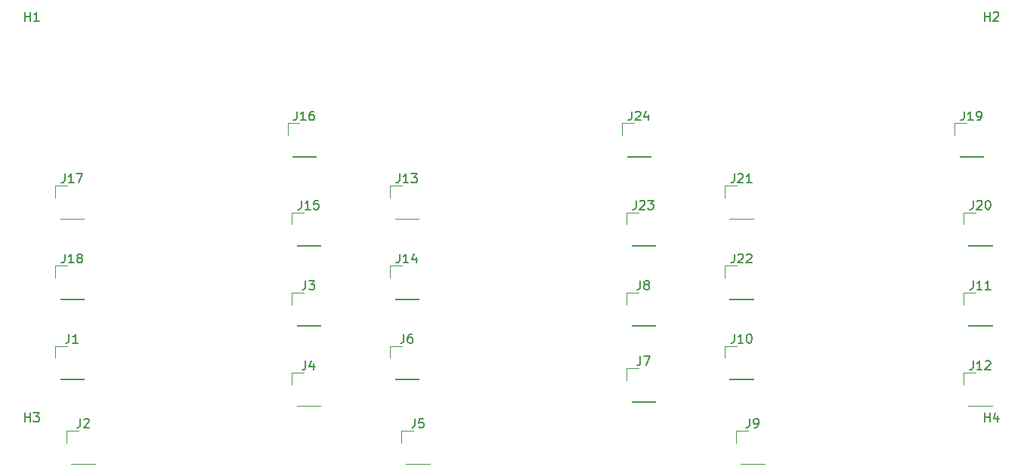
<source format=gbr>
%TF.GenerationSoftware,KiCad,Pcbnew,8.0.5*%
%TF.CreationDate,2024-09-30T14:26:47-04:00*%
%TF.ProjectId,LowerPOGO,4c6f7765-7250-44f4-974f-2e6b69636164,v4*%
%TF.SameCoordinates,Original*%
%TF.FileFunction,Legend,Top*%
%TF.FilePolarity,Positive*%
%FSLAX46Y46*%
G04 Gerber Fmt 4.6, Leading zero omitted, Abs format (unit mm)*
G04 Created by KiCad (PCBNEW 8.0.5) date 2024-09-30 14:26:47*
%MOMM*%
%LPD*%
G01*
G04 APERTURE LIST*
%ADD10C,0.150000*%
%ADD11C,0.120000*%
G04 APERTURE END LIST*
D10*
X134440476Y-123304819D02*
X134440476Y-124019104D01*
X134440476Y-124019104D02*
X134392857Y-124161961D01*
X134392857Y-124161961D02*
X134297619Y-124257200D01*
X134297619Y-124257200D02*
X134154762Y-124304819D01*
X134154762Y-124304819D02*
X134059524Y-124304819D01*
X135440476Y-124304819D02*
X134869048Y-124304819D01*
X135154762Y-124304819D02*
X135154762Y-123304819D01*
X135154762Y-123304819D02*
X135059524Y-123447676D01*
X135059524Y-123447676D02*
X134964286Y-123542914D01*
X134964286Y-123542914D02*
X134869048Y-123590533D01*
X135773810Y-123304819D02*
X136392857Y-123304819D01*
X136392857Y-123304819D02*
X136059524Y-123685771D01*
X136059524Y-123685771D02*
X136202381Y-123685771D01*
X136202381Y-123685771D02*
X136297619Y-123733390D01*
X136297619Y-123733390D02*
X136345238Y-123781009D01*
X136345238Y-123781009D02*
X136392857Y-123876247D01*
X136392857Y-123876247D02*
X136392857Y-124114342D01*
X136392857Y-124114342D02*
X136345238Y-124209580D01*
X136345238Y-124209580D02*
X136297619Y-124257200D01*
X136297619Y-124257200D02*
X136202381Y-124304819D01*
X136202381Y-124304819D02*
X135916667Y-124304819D01*
X135916667Y-124304819D02*
X135821429Y-124257200D01*
X135821429Y-124257200D02*
X135773810Y-124209580D01*
X123916666Y-135304819D02*
X123916666Y-136019104D01*
X123916666Y-136019104D02*
X123869047Y-136161961D01*
X123869047Y-136161961D02*
X123773809Y-136257200D01*
X123773809Y-136257200D02*
X123630952Y-136304819D01*
X123630952Y-136304819D02*
X123535714Y-136304819D01*
X124297619Y-135304819D02*
X124916666Y-135304819D01*
X124916666Y-135304819D02*
X124583333Y-135685771D01*
X124583333Y-135685771D02*
X124726190Y-135685771D01*
X124726190Y-135685771D02*
X124821428Y-135733390D01*
X124821428Y-135733390D02*
X124869047Y-135781009D01*
X124869047Y-135781009D02*
X124916666Y-135876247D01*
X124916666Y-135876247D02*
X124916666Y-136114342D01*
X124916666Y-136114342D02*
X124869047Y-136209580D01*
X124869047Y-136209580D02*
X124821428Y-136257200D01*
X124821428Y-136257200D02*
X124726190Y-136304819D01*
X124726190Y-136304819D02*
X124440476Y-136304819D01*
X124440476Y-136304819D02*
X124345238Y-136257200D01*
X124345238Y-136257200D02*
X124297619Y-136209580D01*
X123916666Y-144304819D02*
X123916666Y-145019104D01*
X123916666Y-145019104D02*
X123869047Y-145161961D01*
X123869047Y-145161961D02*
X123773809Y-145257200D01*
X123773809Y-145257200D02*
X123630952Y-145304819D01*
X123630952Y-145304819D02*
X123535714Y-145304819D01*
X124821428Y-144638152D02*
X124821428Y-145304819D01*
X124583333Y-144257200D02*
X124345238Y-144971485D01*
X124345238Y-144971485D02*
X124964285Y-144971485D01*
X173666666Y-150804819D02*
X173666666Y-151519104D01*
X173666666Y-151519104D02*
X173619047Y-151661961D01*
X173619047Y-151661961D02*
X173523809Y-151757200D01*
X173523809Y-151757200D02*
X173380952Y-151804819D01*
X173380952Y-151804819D02*
X173285714Y-151804819D01*
X174190476Y-151804819D02*
X174380952Y-151804819D01*
X174380952Y-151804819D02*
X174476190Y-151757200D01*
X174476190Y-151757200D02*
X174523809Y-151709580D01*
X174523809Y-151709580D02*
X174619047Y-151566723D01*
X174619047Y-151566723D02*
X174666666Y-151376247D01*
X174666666Y-151376247D02*
X174666666Y-150995295D01*
X174666666Y-150995295D02*
X174619047Y-150900057D01*
X174619047Y-150900057D02*
X174571428Y-150852438D01*
X174571428Y-150852438D02*
X174476190Y-150804819D01*
X174476190Y-150804819D02*
X174285714Y-150804819D01*
X174285714Y-150804819D02*
X174190476Y-150852438D01*
X174190476Y-150852438D02*
X174142857Y-150900057D01*
X174142857Y-150900057D02*
X174095238Y-150995295D01*
X174095238Y-150995295D02*
X174095238Y-151233390D01*
X174095238Y-151233390D02*
X174142857Y-151328628D01*
X174142857Y-151328628D02*
X174190476Y-151376247D01*
X174190476Y-151376247D02*
X174285714Y-151423866D01*
X174285714Y-151423866D02*
X174476190Y-151423866D01*
X174476190Y-151423866D02*
X174571428Y-151376247D01*
X174571428Y-151376247D02*
X174619047Y-151328628D01*
X174619047Y-151328628D02*
X174666666Y-151233390D01*
X199988095Y-151154819D02*
X199988095Y-150154819D01*
X199988095Y-150631009D02*
X200559523Y-150631009D01*
X200559523Y-151154819D02*
X200559523Y-150154819D01*
X201464285Y-150488152D02*
X201464285Y-151154819D01*
X201226190Y-150107200D02*
X200988095Y-150821485D01*
X200988095Y-150821485D02*
X201607142Y-150821485D01*
X198690476Y-135304819D02*
X198690476Y-136019104D01*
X198690476Y-136019104D02*
X198642857Y-136161961D01*
X198642857Y-136161961D02*
X198547619Y-136257200D01*
X198547619Y-136257200D02*
X198404762Y-136304819D01*
X198404762Y-136304819D02*
X198309524Y-136304819D01*
X199690476Y-136304819D02*
X199119048Y-136304819D01*
X199404762Y-136304819D02*
X199404762Y-135304819D01*
X199404762Y-135304819D02*
X199309524Y-135447676D01*
X199309524Y-135447676D02*
X199214286Y-135542914D01*
X199214286Y-135542914D02*
X199119048Y-135590533D01*
X200642857Y-136304819D02*
X200071429Y-136304819D01*
X200357143Y-136304819D02*
X200357143Y-135304819D01*
X200357143Y-135304819D02*
X200261905Y-135447676D01*
X200261905Y-135447676D02*
X200166667Y-135542914D01*
X200166667Y-135542914D02*
X200071429Y-135590533D01*
X92488095Y-106154819D02*
X92488095Y-105154819D01*
X92488095Y-105631009D02*
X93059523Y-105631009D01*
X93059523Y-106154819D02*
X93059523Y-105154819D01*
X94059523Y-106154819D02*
X93488095Y-106154819D01*
X93773809Y-106154819D02*
X93773809Y-105154819D01*
X93773809Y-105154819D02*
X93678571Y-105297676D01*
X93678571Y-105297676D02*
X93583333Y-105392914D01*
X93583333Y-105392914D02*
X93488095Y-105440533D01*
X199988095Y-106154819D02*
X199988095Y-105154819D01*
X199988095Y-105631009D02*
X200559523Y-105631009D01*
X200559523Y-106154819D02*
X200559523Y-105154819D01*
X200988095Y-105250057D02*
X201035714Y-105202438D01*
X201035714Y-105202438D02*
X201130952Y-105154819D01*
X201130952Y-105154819D02*
X201369047Y-105154819D01*
X201369047Y-105154819D02*
X201464285Y-105202438D01*
X201464285Y-105202438D02*
X201511904Y-105250057D01*
X201511904Y-105250057D02*
X201559523Y-105345295D01*
X201559523Y-105345295D02*
X201559523Y-105440533D01*
X201559523Y-105440533D02*
X201511904Y-105583390D01*
X201511904Y-105583390D02*
X200940476Y-106154819D01*
X200940476Y-106154819D02*
X201559523Y-106154819D01*
X92488095Y-151154819D02*
X92488095Y-150154819D01*
X92488095Y-150631009D02*
X93059523Y-150631009D01*
X93059523Y-151154819D02*
X93059523Y-150154819D01*
X93440476Y-150154819D02*
X94059523Y-150154819D01*
X94059523Y-150154819D02*
X93726190Y-150535771D01*
X93726190Y-150535771D02*
X93869047Y-150535771D01*
X93869047Y-150535771D02*
X93964285Y-150583390D01*
X93964285Y-150583390D02*
X94011904Y-150631009D01*
X94011904Y-150631009D02*
X94059523Y-150726247D01*
X94059523Y-150726247D02*
X94059523Y-150964342D01*
X94059523Y-150964342D02*
X94011904Y-151059580D01*
X94011904Y-151059580D02*
X93964285Y-151107200D01*
X93964285Y-151107200D02*
X93869047Y-151154819D01*
X93869047Y-151154819D02*
X93583333Y-151154819D01*
X93583333Y-151154819D02*
X93488095Y-151107200D01*
X93488095Y-151107200D02*
X93440476Y-151059580D01*
X134916666Y-141304819D02*
X134916666Y-142019104D01*
X134916666Y-142019104D02*
X134869047Y-142161961D01*
X134869047Y-142161961D02*
X134773809Y-142257200D01*
X134773809Y-142257200D02*
X134630952Y-142304819D01*
X134630952Y-142304819D02*
X134535714Y-142304819D01*
X135821428Y-141304819D02*
X135630952Y-141304819D01*
X135630952Y-141304819D02*
X135535714Y-141352438D01*
X135535714Y-141352438D02*
X135488095Y-141400057D01*
X135488095Y-141400057D02*
X135392857Y-141542914D01*
X135392857Y-141542914D02*
X135345238Y-141733390D01*
X135345238Y-141733390D02*
X135345238Y-142114342D01*
X135345238Y-142114342D02*
X135392857Y-142209580D01*
X135392857Y-142209580D02*
X135440476Y-142257200D01*
X135440476Y-142257200D02*
X135535714Y-142304819D01*
X135535714Y-142304819D02*
X135726190Y-142304819D01*
X135726190Y-142304819D02*
X135821428Y-142257200D01*
X135821428Y-142257200D02*
X135869047Y-142209580D01*
X135869047Y-142209580D02*
X135916666Y-142114342D01*
X135916666Y-142114342D02*
X135916666Y-141876247D01*
X135916666Y-141876247D02*
X135869047Y-141781009D01*
X135869047Y-141781009D02*
X135821428Y-141733390D01*
X135821428Y-141733390D02*
X135726190Y-141685771D01*
X135726190Y-141685771D02*
X135535714Y-141685771D01*
X135535714Y-141685771D02*
X135440476Y-141733390D01*
X135440476Y-141733390D02*
X135392857Y-141781009D01*
X135392857Y-141781009D02*
X135345238Y-141876247D01*
X136166666Y-150804819D02*
X136166666Y-151519104D01*
X136166666Y-151519104D02*
X136119047Y-151661961D01*
X136119047Y-151661961D02*
X136023809Y-151757200D01*
X136023809Y-151757200D02*
X135880952Y-151804819D01*
X135880952Y-151804819D02*
X135785714Y-151804819D01*
X137119047Y-150804819D02*
X136642857Y-150804819D01*
X136642857Y-150804819D02*
X136595238Y-151281009D01*
X136595238Y-151281009D02*
X136642857Y-151233390D01*
X136642857Y-151233390D02*
X136738095Y-151185771D01*
X136738095Y-151185771D02*
X136976190Y-151185771D01*
X136976190Y-151185771D02*
X137071428Y-151233390D01*
X137071428Y-151233390D02*
X137119047Y-151281009D01*
X137119047Y-151281009D02*
X137166666Y-151376247D01*
X137166666Y-151376247D02*
X137166666Y-151614342D01*
X137166666Y-151614342D02*
X137119047Y-151709580D01*
X137119047Y-151709580D02*
X137071428Y-151757200D01*
X137071428Y-151757200D02*
X136976190Y-151804819D01*
X136976190Y-151804819D02*
X136738095Y-151804819D01*
X136738095Y-151804819D02*
X136642857Y-151757200D01*
X136642857Y-151757200D02*
X136595238Y-151709580D01*
X96940476Y-123304819D02*
X96940476Y-124019104D01*
X96940476Y-124019104D02*
X96892857Y-124161961D01*
X96892857Y-124161961D02*
X96797619Y-124257200D01*
X96797619Y-124257200D02*
X96654762Y-124304819D01*
X96654762Y-124304819D02*
X96559524Y-124304819D01*
X97940476Y-124304819D02*
X97369048Y-124304819D01*
X97654762Y-124304819D02*
X97654762Y-123304819D01*
X97654762Y-123304819D02*
X97559524Y-123447676D01*
X97559524Y-123447676D02*
X97464286Y-123542914D01*
X97464286Y-123542914D02*
X97369048Y-123590533D01*
X98273810Y-123304819D02*
X98940476Y-123304819D01*
X98940476Y-123304819D02*
X98511905Y-124304819D01*
X198690476Y-144304819D02*
X198690476Y-145019104D01*
X198690476Y-145019104D02*
X198642857Y-145161961D01*
X198642857Y-145161961D02*
X198547619Y-145257200D01*
X198547619Y-145257200D02*
X198404762Y-145304819D01*
X198404762Y-145304819D02*
X198309524Y-145304819D01*
X199690476Y-145304819D02*
X199119048Y-145304819D01*
X199404762Y-145304819D02*
X199404762Y-144304819D01*
X199404762Y-144304819D02*
X199309524Y-144447676D01*
X199309524Y-144447676D02*
X199214286Y-144542914D01*
X199214286Y-144542914D02*
X199119048Y-144590533D01*
X200071429Y-144400057D02*
X200119048Y-144352438D01*
X200119048Y-144352438D02*
X200214286Y-144304819D01*
X200214286Y-144304819D02*
X200452381Y-144304819D01*
X200452381Y-144304819D02*
X200547619Y-144352438D01*
X200547619Y-144352438D02*
X200595238Y-144400057D01*
X200595238Y-144400057D02*
X200642857Y-144495295D01*
X200642857Y-144495295D02*
X200642857Y-144590533D01*
X200642857Y-144590533D02*
X200595238Y-144733390D01*
X200595238Y-144733390D02*
X200023810Y-145304819D01*
X200023810Y-145304819D02*
X200642857Y-145304819D01*
X171940476Y-123304819D02*
X171940476Y-124019104D01*
X171940476Y-124019104D02*
X171892857Y-124161961D01*
X171892857Y-124161961D02*
X171797619Y-124257200D01*
X171797619Y-124257200D02*
X171654762Y-124304819D01*
X171654762Y-124304819D02*
X171559524Y-124304819D01*
X172369048Y-123400057D02*
X172416667Y-123352438D01*
X172416667Y-123352438D02*
X172511905Y-123304819D01*
X172511905Y-123304819D02*
X172750000Y-123304819D01*
X172750000Y-123304819D02*
X172845238Y-123352438D01*
X172845238Y-123352438D02*
X172892857Y-123400057D01*
X172892857Y-123400057D02*
X172940476Y-123495295D01*
X172940476Y-123495295D02*
X172940476Y-123590533D01*
X172940476Y-123590533D02*
X172892857Y-123733390D01*
X172892857Y-123733390D02*
X172321429Y-124304819D01*
X172321429Y-124304819D02*
X172940476Y-124304819D01*
X173892857Y-124304819D02*
X173321429Y-124304819D01*
X173607143Y-124304819D02*
X173607143Y-123304819D01*
X173607143Y-123304819D02*
X173511905Y-123447676D01*
X173511905Y-123447676D02*
X173416667Y-123542914D01*
X173416667Y-123542914D02*
X173321429Y-123590533D01*
X122940476Y-116304819D02*
X122940476Y-117019104D01*
X122940476Y-117019104D02*
X122892857Y-117161961D01*
X122892857Y-117161961D02*
X122797619Y-117257200D01*
X122797619Y-117257200D02*
X122654762Y-117304819D01*
X122654762Y-117304819D02*
X122559524Y-117304819D01*
X123940476Y-117304819D02*
X123369048Y-117304819D01*
X123654762Y-117304819D02*
X123654762Y-116304819D01*
X123654762Y-116304819D02*
X123559524Y-116447676D01*
X123559524Y-116447676D02*
X123464286Y-116542914D01*
X123464286Y-116542914D02*
X123369048Y-116590533D01*
X124797619Y-116304819D02*
X124607143Y-116304819D01*
X124607143Y-116304819D02*
X124511905Y-116352438D01*
X124511905Y-116352438D02*
X124464286Y-116400057D01*
X124464286Y-116400057D02*
X124369048Y-116542914D01*
X124369048Y-116542914D02*
X124321429Y-116733390D01*
X124321429Y-116733390D02*
X124321429Y-117114342D01*
X124321429Y-117114342D02*
X124369048Y-117209580D01*
X124369048Y-117209580D02*
X124416667Y-117257200D01*
X124416667Y-117257200D02*
X124511905Y-117304819D01*
X124511905Y-117304819D02*
X124702381Y-117304819D01*
X124702381Y-117304819D02*
X124797619Y-117257200D01*
X124797619Y-117257200D02*
X124845238Y-117209580D01*
X124845238Y-117209580D02*
X124892857Y-117114342D01*
X124892857Y-117114342D02*
X124892857Y-116876247D01*
X124892857Y-116876247D02*
X124845238Y-116781009D01*
X124845238Y-116781009D02*
X124797619Y-116733390D01*
X124797619Y-116733390D02*
X124702381Y-116685771D01*
X124702381Y-116685771D02*
X124511905Y-116685771D01*
X124511905Y-116685771D02*
X124416667Y-116733390D01*
X124416667Y-116733390D02*
X124369048Y-116781009D01*
X124369048Y-116781009D02*
X124321429Y-116876247D01*
X171940476Y-132304819D02*
X171940476Y-133019104D01*
X171940476Y-133019104D02*
X171892857Y-133161961D01*
X171892857Y-133161961D02*
X171797619Y-133257200D01*
X171797619Y-133257200D02*
X171654762Y-133304819D01*
X171654762Y-133304819D02*
X171559524Y-133304819D01*
X172369048Y-132400057D02*
X172416667Y-132352438D01*
X172416667Y-132352438D02*
X172511905Y-132304819D01*
X172511905Y-132304819D02*
X172750000Y-132304819D01*
X172750000Y-132304819D02*
X172845238Y-132352438D01*
X172845238Y-132352438D02*
X172892857Y-132400057D01*
X172892857Y-132400057D02*
X172940476Y-132495295D01*
X172940476Y-132495295D02*
X172940476Y-132590533D01*
X172940476Y-132590533D02*
X172892857Y-132733390D01*
X172892857Y-132733390D02*
X172321429Y-133304819D01*
X172321429Y-133304819D02*
X172940476Y-133304819D01*
X173321429Y-132400057D02*
X173369048Y-132352438D01*
X173369048Y-132352438D02*
X173464286Y-132304819D01*
X173464286Y-132304819D02*
X173702381Y-132304819D01*
X173702381Y-132304819D02*
X173797619Y-132352438D01*
X173797619Y-132352438D02*
X173845238Y-132400057D01*
X173845238Y-132400057D02*
X173892857Y-132495295D01*
X173892857Y-132495295D02*
X173892857Y-132590533D01*
X173892857Y-132590533D02*
X173845238Y-132733390D01*
X173845238Y-132733390D02*
X173273810Y-133304819D01*
X173273810Y-133304819D02*
X173892857Y-133304819D01*
X96940476Y-132304819D02*
X96940476Y-133019104D01*
X96940476Y-133019104D02*
X96892857Y-133161961D01*
X96892857Y-133161961D02*
X96797619Y-133257200D01*
X96797619Y-133257200D02*
X96654762Y-133304819D01*
X96654762Y-133304819D02*
X96559524Y-133304819D01*
X97940476Y-133304819D02*
X97369048Y-133304819D01*
X97654762Y-133304819D02*
X97654762Y-132304819D01*
X97654762Y-132304819D02*
X97559524Y-132447676D01*
X97559524Y-132447676D02*
X97464286Y-132542914D01*
X97464286Y-132542914D02*
X97369048Y-132590533D01*
X98511905Y-132733390D02*
X98416667Y-132685771D01*
X98416667Y-132685771D02*
X98369048Y-132638152D01*
X98369048Y-132638152D02*
X98321429Y-132542914D01*
X98321429Y-132542914D02*
X98321429Y-132495295D01*
X98321429Y-132495295D02*
X98369048Y-132400057D01*
X98369048Y-132400057D02*
X98416667Y-132352438D01*
X98416667Y-132352438D02*
X98511905Y-132304819D01*
X98511905Y-132304819D02*
X98702381Y-132304819D01*
X98702381Y-132304819D02*
X98797619Y-132352438D01*
X98797619Y-132352438D02*
X98845238Y-132400057D01*
X98845238Y-132400057D02*
X98892857Y-132495295D01*
X98892857Y-132495295D02*
X98892857Y-132542914D01*
X98892857Y-132542914D02*
X98845238Y-132638152D01*
X98845238Y-132638152D02*
X98797619Y-132685771D01*
X98797619Y-132685771D02*
X98702381Y-132733390D01*
X98702381Y-132733390D02*
X98511905Y-132733390D01*
X98511905Y-132733390D02*
X98416667Y-132781009D01*
X98416667Y-132781009D02*
X98369048Y-132828628D01*
X98369048Y-132828628D02*
X98321429Y-132923866D01*
X98321429Y-132923866D02*
X98321429Y-133114342D01*
X98321429Y-133114342D02*
X98369048Y-133209580D01*
X98369048Y-133209580D02*
X98416667Y-133257200D01*
X98416667Y-133257200D02*
X98511905Y-133304819D01*
X98511905Y-133304819D02*
X98702381Y-133304819D01*
X98702381Y-133304819D02*
X98797619Y-133257200D01*
X98797619Y-133257200D02*
X98845238Y-133209580D01*
X98845238Y-133209580D02*
X98892857Y-133114342D01*
X98892857Y-133114342D02*
X98892857Y-132923866D01*
X98892857Y-132923866D02*
X98845238Y-132828628D01*
X98845238Y-132828628D02*
X98797619Y-132781009D01*
X98797619Y-132781009D02*
X98702381Y-132733390D01*
X97416666Y-141304819D02*
X97416666Y-142019104D01*
X97416666Y-142019104D02*
X97369047Y-142161961D01*
X97369047Y-142161961D02*
X97273809Y-142257200D01*
X97273809Y-142257200D02*
X97130952Y-142304819D01*
X97130952Y-142304819D02*
X97035714Y-142304819D01*
X98416666Y-142304819D02*
X97845238Y-142304819D01*
X98130952Y-142304819D02*
X98130952Y-141304819D01*
X98130952Y-141304819D02*
X98035714Y-141447676D01*
X98035714Y-141447676D02*
X97940476Y-141542914D01*
X97940476Y-141542914D02*
X97845238Y-141590533D01*
X123440476Y-126304819D02*
X123440476Y-127019104D01*
X123440476Y-127019104D02*
X123392857Y-127161961D01*
X123392857Y-127161961D02*
X123297619Y-127257200D01*
X123297619Y-127257200D02*
X123154762Y-127304819D01*
X123154762Y-127304819D02*
X123059524Y-127304819D01*
X124440476Y-127304819D02*
X123869048Y-127304819D01*
X124154762Y-127304819D02*
X124154762Y-126304819D01*
X124154762Y-126304819D02*
X124059524Y-126447676D01*
X124059524Y-126447676D02*
X123964286Y-126542914D01*
X123964286Y-126542914D02*
X123869048Y-126590533D01*
X125345238Y-126304819D02*
X124869048Y-126304819D01*
X124869048Y-126304819D02*
X124821429Y-126781009D01*
X124821429Y-126781009D02*
X124869048Y-126733390D01*
X124869048Y-126733390D02*
X124964286Y-126685771D01*
X124964286Y-126685771D02*
X125202381Y-126685771D01*
X125202381Y-126685771D02*
X125297619Y-126733390D01*
X125297619Y-126733390D02*
X125345238Y-126781009D01*
X125345238Y-126781009D02*
X125392857Y-126876247D01*
X125392857Y-126876247D02*
X125392857Y-127114342D01*
X125392857Y-127114342D02*
X125345238Y-127209580D01*
X125345238Y-127209580D02*
X125297619Y-127257200D01*
X125297619Y-127257200D02*
X125202381Y-127304819D01*
X125202381Y-127304819D02*
X124964286Y-127304819D01*
X124964286Y-127304819D02*
X124869048Y-127257200D01*
X124869048Y-127257200D02*
X124821429Y-127209580D01*
X160940476Y-126304819D02*
X160940476Y-127019104D01*
X160940476Y-127019104D02*
X160892857Y-127161961D01*
X160892857Y-127161961D02*
X160797619Y-127257200D01*
X160797619Y-127257200D02*
X160654762Y-127304819D01*
X160654762Y-127304819D02*
X160559524Y-127304819D01*
X161369048Y-126400057D02*
X161416667Y-126352438D01*
X161416667Y-126352438D02*
X161511905Y-126304819D01*
X161511905Y-126304819D02*
X161750000Y-126304819D01*
X161750000Y-126304819D02*
X161845238Y-126352438D01*
X161845238Y-126352438D02*
X161892857Y-126400057D01*
X161892857Y-126400057D02*
X161940476Y-126495295D01*
X161940476Y-126495295D02*
X161940476Y-126590533D01*
X161940476Y-126590533D02*
X161892857Y-126733390D01*
X161892857Y-126733390D02*
X161321429Y-127304819D01*
X161321429Y-127304819D02*
X161940476Y-127304819D01*
X162273810Y-126304819D02*
X162892857Y-126304819D01*
X162892857Y-126304819D02*
X162559524Y-126685771D01*
X162559524Y-126685771D02*
X162702381Y-126685771D01*
X162702381Y-126685771D02*
X162797619Y-126733390D01*
X162797619Y-126733390D02*
X162845238Y-126781009D01*
X162845238Y-126781009D02*
X162892857Y-126876247D01*
X162892857Y-126876247D02*
X162892857Y-127114342D01*
X162892857Y-127114342D02*
X162845238Y-127209580D01*
X162845238Y-127209580D02*
X162797619Y-127257200D01*
X162797619Y-127257200D02*
X162702381Y-127304819D01*
X162702381Y-127304819D02*
X162416667Y-127304819D01*
X162416667Y-127304819D02*
X162321429Y-127257200D01*
X162321429Y-127257200D02*
X162273810Y-127209580D01*
X98666666Y-150804819D02*
X98666666Y-151519104D01*
X98666666Y-151519104D02*
X98619047Y-151661961D01*
X98619047Y-151661961D02*
X98523809Y-151757200D01*
X98523809Y-151757200D02*
X98380952Y-151804819D01*
X98380952Y-151804819D02*
X98285714Y-151804819D01*
X99095238Y-150900057D02*
X99142857Y-150852438D01*
X99142857Y-150852438D02*
X99238095Y-150804819D01*
X99238095Y-150804819D02*
X99476190Y-150804819D01*
X99476190Y-150804819D02*
X99571428Y-150852438D01*
X99571428Y-150852438D02*
X99619047Y-150900057D01*
X99619047Y-150900057D02*
X99666666Y-150995295D01*
X99666666Y-150995295D02*
X99666666Y-151090533D01*
X99666666Y-151090533D02*
X99619047Y-151233390D01*
X99619047Y-151233390D02*
X99047619Y-151804819D01*
X99047619Y-151804819D02*
X99666666Y-151804819D01*
X197690476Y-116304819D02*
X197690476Y-117019104D01*
X197690476Y-117019104D02*
X197642857Y-117161961D01*
X197642857Y-117161961D02*
X197547619Y-117257200D01*
X197547619Y-117257200D02*
X197404762Y-117304819D01*
X197404762Y-117304819D02*
X197309524Y-117304819D01*
X198690476Y-117304819D02*
X198119048Y-117304819D01*
X198404762Y-117304819D02*
X198404762Y-116304819D01*
X198404762Y-116304819D02*
X198309524Y-116447676D01*
X198309524Y-116447676D02*
X198214286Y-116542914D01*
X198214286Y-116542914D02*
X198119048Y-116590533D01*
X199166667Y-117304819D02*
X199357143Y-117304819D01*
X199357143Y-117304819D02*
X199452381Y-117257200D01*
X199452381Y-117257200D02*
X199500000Y-117209580D01*
X199500000Y-117209580D02*
X199595238Y-117066723D01*
X199595238Y-117066723D02*
X199642857Y-116876247D01*
X199642857Y-116876247D02*
X199642857Y-116495295D01*
X199642857Y-116495295D02*
X199595238Y-116400057D01*
X199595238Y-116400057D02*
X199547619Y-116352438D01*
X199547619Y-116352438D02*
X199452381Y-116304819D01*
X199452381Y-116304819D02*
X199261905Y-116304819D01*
X199261905Y-116304819D02*
X199166667Y-116352438D01*
X199166667Y-116352438D02*
X199119048Y-116400057D01*
X199119048Y-116400057D02*
X199071429Y-116495295D01*
X199071429Y-116495295D02*
X199071429Y-116733390D01*
X199071429Y-116733390D02*
X199119048Y-116828628D01*
X199119048Y-116828628D02*
X199166667Y-116876247D01*
X199166667Y-116876247D02*
X199261905Y-116923866D01*
X199261905Y-116923866D02*
X199452381Y-116923866D01*
X199452381Y-116923866D02*
X199547619Y-116876247D01*
X199547619Y-116876247D02*
X199595238Y-116828628D01*
X199595238Y-116828628D02*
X199642857Y-116733390D01*
X198690476Y-126304819D02*
X198690476Y-127019104D01*
X198690476Y-127019104D02*
X198642857Y-127161961D01*
X198642857Y-127161961D02*
X198547619Y-127257200D01*
X198547619Y-127257200D02*
X198404762Y-127304819D01*
X198404762Y-127304819D02*
X198309524Y-127304819D01*
X199119048Y-126400057D02*
X199166667Y-126352438D01*
X199166667Y-126352438D02*
X199261905Y-126304819D01*
X199261905Y-126304819D02*
X199500000Y-126304819D01*
X199500000Y-126304819D02*
X199595238Y-126352438D01*
X199595238Y-126352438D02*
X199642857Y-126400057D01*
X199642857Y-126400057D02*
X199690476Y-126495295D01*
X199690476Y-126495295D02*
X199690476Y-126590533D01*
X199690476Y-126590533D02*
X199642857Y-126733390D01*
X199642857Y-126733390D02*
X199071429Y-127304819D01*
X199071429Y-127304819D02*
X199690476Y-127304819D01*
X200309524Y-126304819D02*
X200404762Y-126304819D01*
X200404762Y-126304819D02*
X200500000Y-126352438D01*
X200500000Y-126352438D02*
X200547619Y-126400057D01*
X200547619Y-126400057D02*
X200595238Y-126495295D01*
X200595238Y-126495295D02*
X200642857Y-126685771D01*
X200642857Y-126685771D02*
X200642857Y-126923866D01*
X200642857Y-126923866D02*
X200595238Y-127114342D01*
X200595238Y-127114342D02*
X200547619Y-127209580D01*
X200547619Y-127209580D02*
X200500000Y-127257200D01*
X200500000Y-127257200D02*
X200404762Y-127304819D01*
X200404762Y-127304819D02*
X200309524Y-127304819D01*
X200309524Y-127304819D02*
X200214286Y-127257200D01*
X200214286Y-127257200D02*
X200166667Y-127209580D01*
X200166667Y-127209580D02*
X200119048Y-127114342D01*
X200119048Y-127114342D02*
X200071429Y-126923866D01*
X200071429Y-126923866D02*
X200071429Y-126685771D01*
X200071429Y-126685771D02*
X200119048Y-126495295D01*
X200119048Y-126495295D02*
X200166667Y-126400057D01*
X200166667Y-126400057D02*
X200214286Y-126352438D01*
X200214286Y-126352438D02*
X200309524Y-126304819D01*
X134440476Y-132304819D02*
X134440476Y-133019104D01*
X134440476Y-133019104D02*
X134392857Y-133161961D01*
X134392857Y-133161961D02*
X134297619Y-133257200D01*
X134297619Y-133257200D02*
X134154762Y-133304819D01*
X134154762Y-133304819D02*
X134059524Y-133304819D01*
X135440476Y-133304819D02*
X134869048Y-133304819D01*
X135154762Y-133304819D02*
X135154762Y-132304819D01*
X135154762Y-132304819D02*
X135059524Y-132447676D01*
X135059524Y-132447676D02*
X134964286Y-132542914D01*
X134964286Y-132542914D02*
X134869048Y-132590533D01*
X136297619Y-132638152D02*
X136297619Y-133304819D01*
X136059524Y-132257200D02*
X135821429Y-132971485D01*
X135821429Y-132971485D02*
X136440476Y-132971485D01*
X171940476Y-141304819D02*
X171940476Y-142019104D01*
X171940476Y-142019104D02*
X171892857Y-142161961D01*
X171892857Y-142161961D02*
X171797619Y-142257200D01*
X171797619Y-142257200D02*
X171654762Y-142304819D01*
X171654762Y-142304819D02*
X171559524Y-142304819D01*
X172940476Y-142304819D02*
X172369048Y-142304819D01*
X172654762Y-142304819D02*
X172654762Y-141304819D01*
X172654762Y-141304819D02*
X172559524Y-141447676D01*
X172559524Y-141447676D02*
X172464286Y-141542914D01*
X172464286Y-141542914D02*
X172369048Y-141590533D01*
X173559524Y-141304819D02*
X173654762Y-141304819D01*
X173654762Y-141304819D02*
X173750000Y-141352438D01*
X173750000Y-141352438D02*
X173797619Y-141400057D01*
X173797619Y-141400057D02*
X173845238Y-141495295D01*
X173845238Y-141495295D02*
X173892857Y-141685771D01*
X173892857Y-141685771D02*
X173892857Y-141923866D01*
X173892857Y-141923866D02*
X173845238Y-142114342D01*
X173845238Y-142114342D02*
X173797619Y-142209580D01*
X173797619Y-142209580D02*
X173750000Y-142257200D01*
X173750000Y-142257200D02*
X173654762Y-142304819D01*
X173654762Y-142304819D02*
X173559524Y-142304819D01*
X173559524Y-142304819D02*
X173464286Y-142257200D01*
X173464286Y-142257200D02*
X173416667Y-142209580D01*
X173416667Y-142209580D02*
X173369048Y-142114342D01*
X173369048Y-142114342D02*
X173321429Y-141923866D01*
X173321429Y-141923866D02*
X173321429Y-141685771D01*
X173321429Y-141685771D02*
X173369048Y-141495295D01*
X173369048Y-141495295D02*
X173416667Y-141400057D01*
X173416667Y-141400057D02*
X173464286Y-141352438D01*
X173464286Y-141352438D02*
X173559524Y-141304819D01*
X160440476Y-116304819D02*
X160440476Y-117019104D01*
X160440476Y-117019104D02*
X160392857Y-117161961D01*
X160392857Y-117161961D02*
X160297619Y-117257200D01*
X160297619Y-117257200D02*
X160154762Y-117304819D01*
X160154762Y-117304819D02*
X160059524Y-117304819D01*
X160869048Y-116400057D02*
X160916667Y-116352438D01*
X160916667Y-116352438D02*
X161011905Y-116304819D01*
X161011905Y-116304819D02*
X161250000Y-116304819D01*
X161250000Y-116304819D02*
X161345238Y-116352438D01*
X161345238Y-116352438D02*
X161392857Y-116400057D01*
X161392857Y-116400057D02*
X161440476Y-116495295D01*
X161440476Y-116495295D02*
X161440476Y-116590533D01*
X161440476Y-116590533D02*
X161392857Y-116733390D01*
X161392857Y-116733390D02*
X160821429Y-117304819D01*
X160821429Y-117304819D02*
X161440476Y-117304819D01*
X162297619Y-116638152D02*
X162297619Y-117304819D01*
X162059524Y-116257200D02*
X161821429Y-116971485D01*
X161821429Y-116971485D02*
X162440476Y-116971485D01*
X161416666Y-143804819D02*
X161416666Y-144519104D01*
X161416666Y-144519104D02*
X161369047Y-144661961D01*
X161369047Y-144661961D02*
X161273809Y-144757200D01*
X161273809Y-144757200D02*
X161130952Y-144804819D01*
X161130952Y-144804819D02*
X161035714Y-144804819D01*
X161797619Y-143804819D02*
X162464285Y-143804819D01*
X162464285Y-143804819D02*
X162035714Y-144804819D01*
X161416666Y-135304819D02*
X161416666Y-136019104D01*
X161416666Y-136019104D02*
X161369047Y-136161961D01*
X161369047Y-136161961D02*
X161273809Y-136257200D01*
X161273809Y-136257200D02*
X161130952Y-136304819D01*
X161130952Y-136304819D02*
X161035714Y-136304819D01*
X162035714Y-135733390D02*
X161940476Y-135685771D01*
X161940476Y-135685771D02*
X161892857Y-135638152D01*
X161892857Y-135638152D02*
X161845238Y-135542914D01*
X161845238Y-135542914D02*
X161845238Y-135495295D01*
X161845238Y-135495295D02*
X161892857Y-135400057D01*
X161892857Y-135400057D02*
X161940476Y-135352438D01*
X161940476Y-135352438D02*
X162035714Y-135304819D01*
X162035714Y-135304819D02*
X162226190Y-135304819D01*
X162226190Y-135304819D02*
X162321428Y-135352438D01*
X162321428Y-135352438D02*
X162369047Y-135400057D01*
X162369047Y-135400057D02*
X162416666Y-135495295D01*
X162416666Y-135495295D02*
X162416666Y-135542914D01*
X162416666Y-135542914D02*
X162369047Y-135638152D01*
X162369047Y-135638152D02*
X162321428Y-135685771D01*
X162321428Y-135685771D02*
X162226190Y-135733390D01*
X162226190Y-135733390D02*
X162035714Y-135733390D01*
X162035714Y-135733390D02*
X161940476Y-135781009D01*
X161940476Y-135781009D02*
X161892857Y-135828628D01*
X161892857Y-135828628D02*
X161845238Y-135923866D01*
X161845238Y-135923866D02*
X161845238Y-136114342D01*
X161845238Y-136114342D02*
X161892857Y-136209580D01*
X161892857Y-136209580D02*
X161940476Y-136257200D01*
X161940476Y-136257200D02*
X162035714Y-136304819D01*
X162035714Y-136304819D02*
X162226190Y-136304819D01*
X162226190Y-136304819D02*
X162321428Y-136257200D01*
X162321428Y-136257200D02*
X162369047Y-136209580D01*
X162369047Y-136209580D02*
X162416666Y-136114342D01*
X162416666Y-136114342D02*
X162416666Y-135923866D01*
X162416666Y-135923866D02*
X162369047Y-135828628D01*
X162369047Y-135828628D02*
X162321428Y-135781009D01*
X162321428Y-135781009D02*
X162226190Y-135733390D01*
D11*
%TO.C,J13*%
X136580000Y-128340000D02*
X136580000Y-128400000D01*
X133920000Y-128400000D02*
X136580000Y-128400000D01*
X133920000Y-128340000D02*
X136580000Y-128340000D01*
X133920000Y-128340000D02*
X133920000Y-128400000D01*
X133400000Y-125980000D02*
X133400000Y-124650000D01*
X133400000Y-124650000D02*
X134730000Y-124650000D01*
%TO.C,J3*%
X122400000Y-136650000D02*
X123730000Y-136650000D01*
X122400000Y-137980000D02*
X122400000Y-136650000D01*
X122920000Y-140340000D02*
X122920000Y-140400000D01*
X122920000Y-140340000D02*
X125580000Y-140340000D01*
X122920000Y-140400000D02*
X125580000Y-140400000D01*
X125580000Y-140340000D02*
X125580000Y-140400000D01*
%TO.C,J4*%
X122400000Y-145650000D02*
X123730000Y-145650000D01*
X122400000Y-146980000D02*
X122400000Y-145650000D01*
X122920000Y-149340000D02*
X122920000Y-149400000D01*
X122920000Y-149340000D02*
X125580000Y-149340000D01*
X122920000Y-149400000D02*
X125580000Y-149400000D01*
X125580000Y-149340000D02*
X125580000Y-149400000D01*
%TO.C,J9*%
X172150000Y-152150000D02*
X173480000Y-152150000D01*
X172150000Y-153480000D02*
X172150000Y-152150000D01*
X172670000Y-155840000D02*
X172670000Y-155900000D01*
X172670000Y-155840000D02*
X175330000Y-155840000D01*
X172670000Y-155900000D02*
X175330000Y-155900000D01*
X175330000Y-155840000D02*
X175330000Y-155900000D01*
%TO.C,J11*%
X197650000Y-136650000D02*
X198980000Y-136650000D01*
X197650000Y-137980000D02*
X197650000Y-136650000D01*
X198170000Y-140340000D02*
X198170000Y-140400000D01*
X198170000Y-140340000D02*
X200830000Y-140340000D01*
X198170000Y-140400000D02*
X200830000Y-140400000D01*
X200830000Y-140340000D02*
X200830000Y-140400000D01*
%TO.C,J6*%
X136580000Y-146340000D02*
X136580000Y-146400000D01*
X133920000Y-146400000D02*
X136580000Y-146400000D01*
X133920000Y-146340000D02*
X136580000Y-146340000D01*
X133920000Y-146340000D02*
X133920000Y-146400000D01*
X133400000Y-143980000D02*
X133400000Y-142650000D01*
X133400000Y-142650000D02*
X134730000Y-142650000D01*
%TO.C,J5*%
X134650000Y-152150000D02*
X135980000Y-152150000D01*
X134650000Y-153480000D02*
X134650000Y-152150000D01*
X135170000Y-155840000D02*
X135170000Y-155900000D01*
X135170000Y-155840000D02*
X137830000Y-155840000D01*
X135170000Y-155900000D02*
X137830000Y-155900000D01*
X137830000Y-155840000D02*
X137830000Y-155900000D01*
%TO.C,J17*%
X95900000Y-124650000D02*
X97230000Y-124650000D01*
X95900000Y-125980000D02*
X95900000Y-124650000D01*
X96420000Y-128340000D02*
X96420000Y-128400000D01*
X96420000Y-128340000D02*
X99080000Y-128340000D01*
X96420000Y-128400000D02*
X99080000Y-128400000D01*
X99080000Y-128340000D02*
X99080000Y-128400000D01*
%TO.C,J12*%
X197650000Y-145650000D02*
X198980000Y-145650000D01*
X197650000Y-146980000D02*
X197650000Y-145650000D01*
X198170000Y-149340000D02*
X198170000Y-149400000D01*
X198170000Y-149340000D02*
X200830000Y-149340000D01*
X198170000Y-149400000D02*
X200830000Y-149400000D01*
X200830000Y-149340000D02*
X200830000Y-149400000D01*
%TO.C,J21*%
X174080000Y-128340000D02*
X174080000Y-128400000D01*
X171420000Y-128400000D02*
X174080000Y-128400000D01*
X171420000Y-128340000D02*
X174080000Y-128340000D01*
X171420000Y-128340000D02*
X171420000Y-128400000D01*
X170900000Y-125980000D02*
X170900000Y-124650000D01*
X170900000Y-124650000D02*
X172230000Y-124650000D01*
%TO.C,J16*%
X121900000Y-117650000D02*
X123230000Y-117650000D01*
X121900000Y-118980000D02*
X121900000Y-117650000D01*
X122420000Y-121340000D02*
X122420000Y-121400000D01*
X122420000Y-121340000D02*
X125080000Y-121340000D01*
X122420000Y-121400000D02*
X125080000Y-121400000D01*
X125080000Y-121340000D02*
X125080000Y-121400000D01*
%TO.C,J22*%
X174080000Y-137340000D02*
X174080000Y-137400000D01*
X171420000Y-137400000D02*
X174080000Y-137400000D01*
X171420000Y-137340000D02*
X174080000Y-137340000D01*
X171420000Y-137340000D02*
X171420000Y-137400000D01*
X170900000Y-134980000D02*
X170900000Y-133650000D01*
X170900000Y-133650000D02*
X172230000Y-133650000D01*
%TO.C,J18*%
X95900000Y-133650000D02*
X97230000Y-133650000D01*
X95900000Y-134980000D02*
X95900000Y-133650000D01*
X96420000Y-137340000D02*
X96420000Y-137400000D01*
X96420000Y-137340000D02*
X99080000Y-137340000D01*
X96420000Y-137400000D02*
X99080000Y-137400000D01*
X99080000Y-137340000D02*
X99080000Y-137400000D01*
%TO.C,J1*%
X99080000Y-146340000D02*
X99080000Y-146400000D01*
X96420000Y-146400000D02*
X99080000Y-146400000D01*
X96420000Y-146340000D02*
X99080000Y-146340000D01*
X96420000Y-146340000D02*
X96420000Y-146400000D01*
X95900000Y-143980000D02*
X95900000Y-142650000D01*
X95900000Y-142650000D02*
X97230000Y-142650000D01*
%TO.C,J15*%
X122400000Y-127650000D02*
X123730000Y-127650000D01*
X122400000Y-128980000D02*
X122400000Y-127650000D01*
X122920000Y-131340000D02*
X122920000Y-131400000D01*
X122920000Y-131340000D02*
X125580000Y-131340000D01*
X122920000Y-131400000D02*
X125580000Y-131400000D01*
X125580000Y-131340000D02*
X125580000Y-131400000D01*
%TO.C,J23*%
X159900000Y-127650000D02*
X161230000Y-127650000D01*
X159900000Y-128980000D02*
X159900000Y-127650000D01*
X160420000Y-131340000D02*
X160420000Y-131400000D01*
X160420000Y-131340000D02*
X163080000Y-131340000D01*
X160420000Y-131400000D02*
X163080000Y-131400000D01*
X163080000Y-131340000D02*
X163080000Y-131400000D01*
%TO.C,J2*%
X97150000Y-152150000D02*
X98480000Y-152150000D01*
X97150000Y-153480000D02*
X97150000Y-152150000D01*
X97670000Y-155840000D02*
X97670000Y-155900000D01*
X97670000Y-155840000D02*
X100330000Y-155840000D01*
X97670000Y-155900000D02*
X100330000Y-155900000D01*
X100330000Y-155840000D02*
X100330000Y-155900000D01*
%TO.C,J19*%
X196650000Y-117650000D02*
X197980000Y-117650000D01*
X196650000Y-118980000D02*
X196650000Y-117650000D01*
X197170000Y-121340000D02*
X197170000Y-121400000D01*
X197170000Y-121340000D02*
X199830000Y-121340000D01*
X197170000Y-121400000D02*
X199830000Y-121400000D01*
X199830000Y-121340000D02*
X199830000Y-121400000D01*
%TO.C,J20*%
X197650000Y-127650000D02*
X198980000Y-127650000D01*
X197650000Y-128980000D02*
X197650000Y-127650000D01*
X198170000Y-131340000D02*
X198170000Y-131400000D01*
X198170000Y-131340000D02*
X200830000Y-131340000D01*
X198170000Y-131400000D02*
X200830000Y-131400000D01*
X200830000Y-131340000D02*
X200830000Y-131400000D01*
%TO.C,J14*%
X136580000Y-137340000D02*
X136580000Y-137400000D01*
X133920000Y-137400000D02*
X136580000Y-137400000D01*
X133920000Y-137340000D02*
X136580000Y-137340000D01*
X133920000Y-137340000D02*
X133920000Y-137400000D01*
X133400000Y-134980000D02*
X133400000Y-133650000D01*
X133400000Y-133650000D02*
X134730000Y-133650000D01*
%TO.C,J10*%
X174080000Y-146340000D02*
X174080000Y-146400000D01*
X171420000Y-146400000D02*
X174080000Y-146400000D01*
X171420000Y-146340000D02*
X174080000Y-146340000D01*
X171420000Y-146340000D02*
X171420000Y-146400000D01*
X170900000Y-143980000D02*
X170900000Y-142650000D01*
X170900000Y-142650000D02*
X172230000Y-142650000D01*
%TO.C,J24*%
X159400000Y-117650000D02*
X160730000Y-117650000D01*
X159400000Y-118980000D02*
X159400000Y-117650000D01*
X159920000Y-121340000D02*
X159920000Y-121400000D01*
X159920000Y-121340000D02*
X162580000Y-121340000D01*
X159920000Y-121400000D02*
X162580000Y-121400000D01*
X162580000Y-121340000D02*
X162580000Y-121400000D01*
%TO.C,J7*%
X159900000Y-145150000D02*
X161230000Y-145150000D01*
X159900000Y-146480000D02*
X159900000Y-145150000D01*
X160420000Y-148840000D02*
X160420000Y-148900000D01*
X160420000Y-148840000D02*
X163080000Y-148840000D01*
X160420000Y-148900000D02*
X163080000Y-148900000D01*
X163080000Y-148840000D02*
X163080000Y-148900000D01*
%TO.C,J8*%
X159900000Y-136650000D02*
X161230000Y-136650000D01*
X159900000Y-137980000D02*
X159900000Y-136650000D01*
X160420000Y-140340000D02*
X160420000Y-140400000D01*
X160420000Y-140340000D02*
X163080000Y-140340000D01*
X160420000Y-140400000D02*
X163080000Y-140400000D01*
X163080000Y-140340000D02*
X163080000Y-140400000D01*
%TD*%
M02*

</source>
